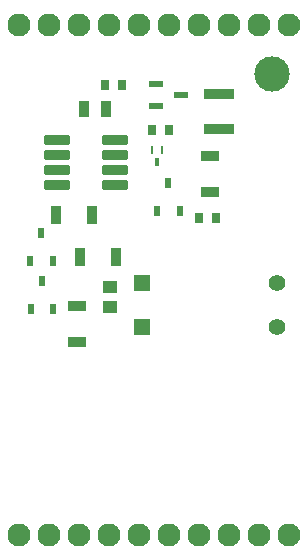
<source format=gbr>
%TF.GenerationSoftware,KiCad,Pcbnew,8.0.8*%
%TF.CreationDate,2025-03-02T23:05:47-05:00*%
%TF.ProjectId,Precharge Module V3.1,50726563-6861-4726-9765-204d6f64756c,rev?*%
%TF.SameCoordinates,Original*%
%TF.FileFunction,Soldermask,Top*%
%TF.FilePolarity,Negative*%
%FSLAX46Y46*%
G04 Gerber Fmt 4.6, Leading zero omitted, Abs format (unit mm)*
G04 Created by KiCad (PCBNEW 8.0.8) date 2025-03-02 23:05:47*
%MOMM*%
%LPD*%
G01*
G04 APERTURE LIST*
G04 Aperture macros list*
%AMRoundRect*
0 Rectangle with rounded corners*
0 $1 Rounding radius*
0 $2 $3 $4 $5 $6 $7 $8 $9 X,Y pos of 4 corners*
0 Add a 4 corners polygon primitive as box body*
4,1,4,$2,$3,$4,$5,$6,$7,$8,$9,$2,$3,0*
0 Add four circle primitives for the rounded corners*
1,1,$1+$1,$2,$3*
1,1,$1+$1,$4,$5*
1,1,$1+$1,$6,$7*
1,1,$1+$1,$8,$9*
0 Add four rect primitives between the rounded corners*
20,1,$1+$1,$2,$3,$4,$5,0*
20,1,$1+$1,$4,$5,$6,$7,0*
20,1,$1+$1,$6,$7,$8,$9,0*
20,1,$1+$1,$8,$9,$2,$3,0*%
G04 Aperture macros list end*
%ADD10R,0.558800X0.863600*%
%ADD11R,1.600200X0.863600*%
%ADD12R,1.397000X1.397000*%
%ADD13C,1.397000*%
%ADD14C,3.000000*%
%ADD15R,1.219200X0.558800*%
%ADD16R,0.711200X0.939800*%
%ADD17R,2.500000X0.955600*%
%ADD18R,1.193800X1.016000*%
%ADD19R,0.855600X1.600000*%
%ADD20C,1.954000*%
%ADD21RoundRect,0.100500X-0.986500X-0.301500X0.986500X-0.301500X0.986500X0.301500X-0.986500X0.301500X0*%
%ADD22R,0.812800X1.346200*%
%ADD23R,0.279400X0.660400*%
%ADD24R,0.381000X0.660400*%
G04 APERTURE END LIST*
D10*
%TO.C,U4*%
X62500000Y-41137600D03*
X64405000Y-41137600D03*
X63452500Y-38750000D03*
%TD*%
%TO.C,U3*%
X51750000Y-45387600D03*
X53655000Y-45387600D03*
X52702500Y-43000000D03*
%TD*%
%TO.C,U2*%
X51797500Y-49443800D03*
X53702500Y-49443800D03*
X52750000Y-47056200D03*
%TD*%
D11*
%TO.C,D3*%
X55750000Y-49202000D03*
X55750000Y-52250000D03*
%TD*%
D12*
%TO.C,R6*%
X61250000Y-51000000D03*
D13*
X72680000Y-51000000D03*
%TD*%
D14*
%TO.C,PC COIL -*%
X72250000Y-29500000D03*
%TD*%
D15*
%TO.C,Q1*%
X62433200Y-30369000D03*
X62433200Y-32274000D03*
X64566800Y-31321500D03*
%TD*%
D16*
%TO.C,R3*%
X67448500Y-41750000D03*
X66051500Y-41750000D03*
%TD*%
D17*
%TO.C,C3*%
X67750000Y-34227801D03*
X67750000Y-31272199D03*
%TD*%
D11*
%TO.C,D2*%
X67000000Y-39548000D03*
X67000000Y-36500000D03*
%TD*%
D18*
%TO.C,R9*%
X58500000Y-47548200D03*
X58500000Y-49250000D03*
%TD*%
D12*
%TO.C,R8*%
X61250000Y-47250000D03*
D13*
X72680000Y-47250000D03*
%TD*%
D19*
%TO.C,C1*%
X53972199Y-41500000D03*
X57027801Y-41500000D03*
%TD*%
%TO.C,C2*%
X59027801Y-45000000D03*
X55972199Y-45000000D03*
%TD*%
D16*
%TO.C,R5*%
X58103000Y-30500000D03*
X59500000Y-30500000D03*
%TD*%
%TO.C,R4*%
X62103000Y-34250000D03*
X63500000Y-34250000D03*
%TD*%
D20*
%TO.C,J2*%
X50800000Y-68580000D03*
X53340000Y-68580000D03*
X55880000Y-68580000D03*
X58420000Y-68580000D03*
X60960000Y-68580000D03*
X63500000Y-68580000D03*
X66040000Y-68580000D03*
X68580000Y-68580000D03*
X71120000Y-68580000D03*
X73660000Y-68580000D03*
%TD*%
D21*
%TO.C,U1*%
X54030000Y-35095000D03*
X54030000Y-36365000D03*
X54030000Y-37635000D03*
X54030000Y-38905000D03*
X58970000Y-38905000D03*
X58970000Y-37635000D03*
X58970000Y-36365000D03*
X58970000Y-35095000D03*
%TD*%
D22*
%TO.C,R1*%
X56348300Y-32500000D03*
X58151700Y-32500000D03*
%TD*%
D20*
%TO.C,J1*%
X50800000Y-25400000D03*
X53340000Y-25400000D03*
X55880000Y-25400000D03*
X58420000Y-25400000D03*
X60960000Y-25400000D03*
X63500000Y-25400000D03*
X66040000Y-25400000D03*
X68580000Y-25400000D03*
X71120000Y-25400000D03*
X73660000Y-25400000D03*
%TD*%
D23*
%TO.C,U5*%
X62900050Y-36009400D03*
X62099950Y-36009400D03*
D24*
X62500000Y-37000000D03*
%TD*%
M02*

</source>
